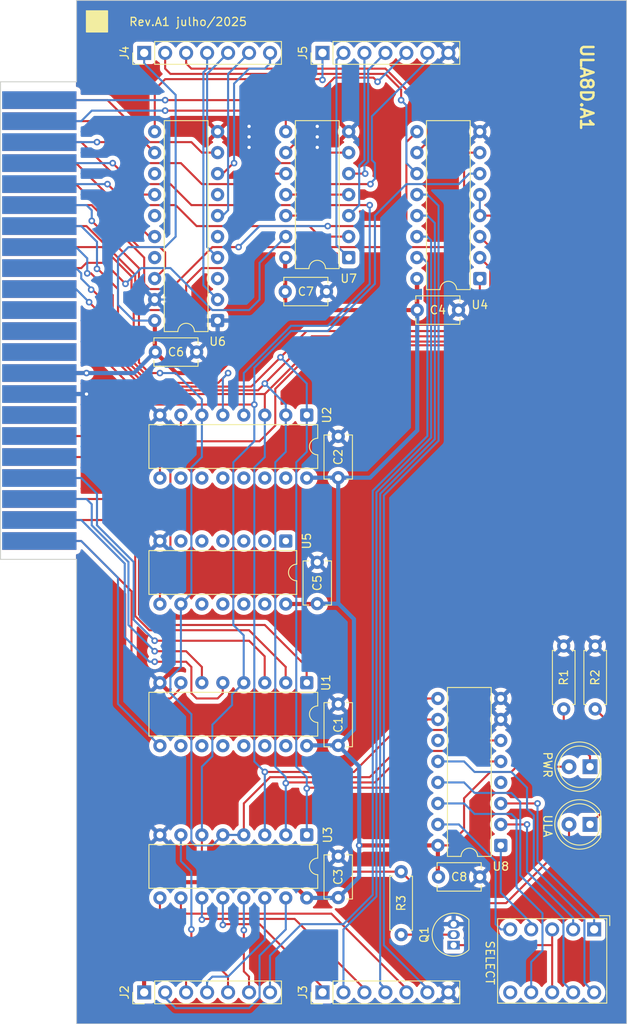
<source format=kicad_pcb>
(kicad_pcb (version 20241229) (generator "pcbnew") (generator_version "9.0")
  (layers (0 "F.Cu" signal) (2 "B.Cu" signal) (13 "F.Paste" user) (15 "B.Paste" user) (5 "F.SilkS" user "F.Silkscreen") (7 "B.SilkS" user "B.Silkscreen") (1 "F.Mask" user) (3 "B.Mask" user) (25 "Edge.Cuts" user))
  (net 0 "")
  (net 1 "GND")
  (net 2 "+5V")
  (net 3 "write_acc")
  (net 4 "write_psw")
  (net 5 "~{read_acc}")
  (net 6 "~{read_psw}")
  (net 10 "invert_upper_bus")
  (net 11 "invert_ula_bus")
  (net 12 "right{slash}set")
  (net 13 "rotate{slash}clear")
  (net 14 "invert_lower_bus")
  (net 15 "~{select_sx}")
  (net 16 "~{select_shifter}")
  (net 17 "~{select_xor}")
  (net 18 "~{select_bitwise}")
  (net 19 "~{select_adder}")
  (net 20 "wr_addr_0")
  (net 21 "wr_addr_1")
  (net 22 "wr_addr_2")
  (net 23 "wr_addr_3")
  (net 24 "wr_addr_4")
  (net 25 "write_clock")
  (net 27 "ula_enable")
  (net 29 "setif")
  (net 30 "clrif")
  (net 33 "rd_addr_0")
  (net 34 "rd_addr_1")
  (net 35 "rd_addr_2")
  (net 36 "rd_addr_3")
  (net 37 "rd_addr_4")
  (net 38 "do_not")
  (net 39 "do_shl")
  (net 40 "do_cmp")
  (net 41 "do_add")
  (net 42 "do_shr")
  (net 43 "do_sub")
  (net 44 "do_rol")
  (net 45 "do_ror")
  (net 46 "do_and")
  (net 47 "do_sx")
  (net 48 "do_or")
  (net 49 "do_xor")
  (net 50 "Net-(J4-Pin_5)")
  (net 51 "do_setcf")
  (net 52 "do_clrcf")
  (net 53 "Net-(J4-Pin_7)")
  (net 54 "Net-(J4-Pin_6)")
  (net 55 "Net-(J4-Pin_4)")
  (net 56 "Net-(J5-Pin_6)")
  (net 57 "Net-(J5-Pin_1)")
  (net 58 "Net-(J5-Pin_4)")
  (net 59 "Net-(J5-Pin_2)")
  (net 60 "Net-(J5-Pin_3)")
  (net 61 "Net-(J5-Pin_5)")
  (net 71 "Net-(U2-~{E1})")
  (net 75 "Net-(U4-~{E1})")
  (net 97 "Net-(Q1-C)")
  (net 98 "Net-(Q1-B)")
  (net 99 "Net-(U8-f)")
  (net 100 "Net-(U8-b)")
  (net 102 "Net-(U8-a)")
  (net 103 "Net-(U8-c)")
  (net 104 "Net-(U8-e)")
  (net 105 "Net-(U8-g)")
  (net 107 "Net-(U8-d)")
  (net 109 "Net-(D1-K)")
  (net 110 "Net-(D2-K)")
  (footprint "LED_THT:LED_D5.0mm" (layer "F.Cu") (at 132.72 132.08 180)
    (property "Reference" "D2" (hide yes))
    (property "Value" "LED")
  )
  (footprint "Capacitor_THT:C_Disc_D5.1mm_W3.2mm_P5.00mm" (layer "F.Cu") (at 116.8 69.85 180)
    (property "Reference" "C4")
    (property "Value" "100nF")
  )
  (footprint "Package_DIP:DIP-16_W7.62mm" (layer "F.Cu") (at 98.425 114.935 -90)
    (property "Reference" "U1")
    (property "Value" "74LS138")
  )
  (footprint "Package_DIP:DIP-16_W7.62mm" (layer "F.Cu") (at 121.92 134.62 180)
    (property "Reference" "U8")
    (property "Value" "MC14495P")
  )
  (footprint "Capacitor_THT:C_Disc_D5.1mm_W3.2mm_P5.00mm" (layer "F.Cu") (at 80.09 74.93)
    (property "Reference" "C6")
    (property "Value" "100nF")
  )
  (footprint "Resistor_THT:R_Axial_DIN0207_L6.3mm_D2.5mm_P7.62mm_Horizontal" (layer "F.Cu") (at 129.54 118.11 90)
    (property "Reference" "R1")
    (property "Value" "1K")
  )
  (footprint "LED_THT:LED_D5.0mm" (layer "F.Cu") (at 132.72 125.095 180)
    (property "Reference" "D1" (hide yes))
    (property "Value" "LED")
  )
  (footprint "Display_7Segment:Sx39-1xxxxx" (layer "F.Cu") (at 133.2225 144.78 -90)
    (property "Reference" "U9" (hide yes))
    (property "Value" "SA39-11EWA" (hide yes))
  )
  (footprint "Capacitor_THT:C_Disc_D5.1mm_W3.2mm_P5.00mm" (layer "F.Cu") (at 102.235 135.93 -90)
    (property "Reference" "C3")
    (property "Value" "100nF")
  )
  (footprint "Capacitor_THT:C_Disc_D5.1mm_W3.2mm_P5.00mm" (layer "F.Cu") (at 100.815 67.61 180)
    (property "Reference" "C7")
    (property "Value" "100nF")
  )
  (footprint "Capacitor_THT:C_Disc_D5.1mm_W3.2mm_P5.00mm" (layer "F.Cu") (at 102.235 117.515 -90)
    (property "Reference" "C1")
    (property "Value" "100nF")
  )
  (footprint "Package_TO_SOT_THT:TO-92_Inline" (layer "F.Cu") (at 116.205 146.685 90)
    (property "Reference" "Q1")
    (property "Value" "BC548")
  )
  (footprint "Package_DIP:DIP-16_W7.62mm" (layer "F.Cu") (at 98.425 133.35 -90)
    (property "Reference" "U3")
    (property "Value" "74HC238")
  )
  (footprint "Package_DIP:DIP-14_W7.62mm" (layer "F.Cu") (at 103.505 63.5 180)
    (property "Reference" "U7")
    (property "Value" "74LS04")
  )
  (footprint "edge_connector:edge-connector-44" (layer "F.Cu") (at 66.04 44.45)
    (property "Reference" "J1" (hide yes))
    (property "Value" "addr_decoder" (hide yes))
    (fp_line (start -4.699 -2.22) (end -4.699 55.56) (stroke (width 0.12)) (layer "Edge.Cuts"))
    (fp_line (start -4.699 -2.22) (end 4.5 -2.22) (stroke (width 0.12)) (layer "Edge.Cuts"))
    (fp_line (start -4.699 55.56) (end 4.5 55.56) (stroke (width 0.12)) (layer "Edge.Cuts"))
    (fp_line (start 4.5 -2.22) (end 4.5 -3.81) (stroke (width 0.12)) (layer "Edge.Cuts"))
    (fp_line (start 4.5 55.56) (end 4.5 57.15) (stroke (width 0.12)) (layer "Edge.Cuts"))
  )
  (footprint "Connector_PinHeader_2.54mm:PinHeader_1x07_P2.54mm_Vertical" (layer "F.Cu") (at 100.33 152.4 90)
    (property "Reference" "J3")
    (property "Value" "Conn_01x07" (hide yes))
  )
  (footprint "Package_DIP:DIP-16_W7.62mm" (layer "F.Cu") (at 98.425 82.55 -90)
    (property "Reference" "U2")
    (property "Value" "74HC238")
  )
  (footprint "Capacitor_THT:C_Disc_D5.1mm_W3.2mm_P5.00mm" (layer "F.Cu") (at 119.38 138.43 180)
    (property "Reference" "C8")
    (property "Value" "100nF")
  )
  (footprint "Connector_PinHeader_2.54mm:PinHeader_1x07_P2.54mm_Vertical" (layer "F.Cu") (at 78.74 38.735 90)
    (property "Reference" "J4")
    (property "Value" "Conn_01x07" (hide yes))
  )
  (footprint "Package_DIP:DIP-16_W7.62mm" (layer "F.Cu") (at 119.38 66.04 180)
    (property "Reference" "U4")
    (property "Value" "74HC238")
  )
  (footprint "Capacitor_THT:C_Disc_D5.1mm_W3.2mm_P5.00mm" (layer "F.Cu") (at 99.695 100.37 -90)
    (property "Reference" "C5")
    (property "Value" "100nF")
  )
  (footprint "Package_DIP:DIP-20_W7.62mm" (layer "F.Cu") (at 87.63 71.12 180)
    (property "Reference" "U6")
    (property "Value" "74LS244")
  )
  (footprint "Capacitor_THT:C_Disc_D5.1mm_W3.2mm_P5.00mm" (layer "F.Cu") (at 102.235 85.13 -90)
    (property "Reference" "C2")
    (property "Value" "100nF")
  )
  (footprint "Resistor_THT:R_Axial_DIN0207_L6.3mm_D2.5mm_P7.62mm_Horizontal" (layer "F.Cu") (at 133.35 118.11 90)
    (property "Reference" "R2")
    (property "Value" "1K")
  )
  (footprint "Resistor_THT:R_Axial_DIN0207_L6.3mm_D2.5mm_P7.62mm_Horizontal" (layer "F.Cu") (at 109.855 145.415 90)
    (property "Reference" "R3")
    (property "Value" "10K")
  )
  (footprint "Package_DIP:DIP-14_W7.62mm" (layer "F.Cu") (at 95.885 97.79 -90)
    (property "Reference" "U5")
    (property "Value" "74LS04")
  )
  (footprint "Connector_PinHeader_2.54mm:PinHeader_1x07_P2.54mm_Vertical" (layer "F.Cu") (at 100.33 38.735 90)
    (property "Reference" "J5")
    (property "Value" "Conn_01x07" (hide yes))
  )
  (footprint "Connector_PinHeader_2.54mm:PinHeader_1x07_P2.54mm_Vertical" (layer "F.Cu") (at 78.74 152.4 90)
    (property "Reference" "J2")
    (property "Value" "Conn_01x07" (hide yes))
  )
  (gr_rect (start 71.755 33.655) (end 74.295 36.195) (stroke (width 0.15)) (fill yes) (layer "F.SilkS"))
  (gr_line (start 70.54 156.21) (end 70.54 101.6) (stroke (width 0.1)) (layer "Edge.Cuts"))
  (gr_line (start 70.54 40.64) (end 70.54 32.385) (stroke (width 0.1)) (layer "Edge.Cuts"))
  (gr_line (start 137.16 156.21) (end 70.54 156.21) (stroke (width 0.1)) (layer "Edge.Cuts"))
  (gr_line (start 137.16 32.385) (end 137.16 156.21) (stroke (width 0.1)) (layer "Edge.Cuts"))
  (gr_line (start 70.54 32.385) (end 137.16 32.385) (stroke (width 0.1)) (layer "Edge.Cuts"))
  (gr_text "ULA8D.A1" (at 131.445 37.465 270) (layer "F.SilkS") (effects (font (size 1.5 1.5) (thickness 0.3) (bold yes)) (justify left bottom)))
  (gr_text "Rev.A1 julho/2025" (at 76.835 35.56 0) (layer "F.SilkS") (effects (font (size 1 1)) (justify left bottom)))
  (gr_text "ULA" (at 127 130.81 270) (layer "F.SilkS") (effects (font (size 1 1)) (justify left bottom)))
  (gr_text "SELECT" (at 120.015 146.05 270) (layer "F.SilkS") (effects (font (size 1 1)) (justify left bottom)))
  (gr_text "PWR" (at 127 123.19 270) (layer "F.SilkS") (effects (font (size 1 1)) (justify left bottom)))
  (segment (start 66.04 80.01) (end 71.755 80.01) (width 0.5) (layer "F.Cu") (net 1))
  (via (at 91.44 47.625) (size 0.8) (drill 0.4) (layers "F.Cu" "B.Cu") (net 1))
  (via (at 71.755 80.01) (size 0.8) (drill 0.4) (layers "F.Cu" "B.Cu") (net 1))
  (via (at 91.44 48.895) (size 0.8) (drill 0.4) (layers "F.Cu" "B.Cu") (net 1))
  (via (at 99.695 50.165) (size 0.8) (drill 0.4) (layers "F.Cu" "B.Cu") (net 1))
  (via (at 91.44 50.165) (size 0.8) (drill 0.4) (layers "F.Cu" "B.Cu") (net 1))
  (via (at 99.695 47.625) (size 0.8) (drill 0.4) (layers "F.Cu" "B.Cu") (net 1))
  (via (at 99.695 48.895) (size 0.8) (drill 0.4) (layers "F.Cu" "B.Cu") (net 1))
  (segment (start 66.04 80.01) (end 71.755 80.01) (width 0.5) (layer "B.Cu") (net 1))
  (segment (start 87.64 71.115) (end 85.72 71.115) (width 0.25) (layer "B.Cu") (net 1))
  (segment (start 85.72 71.115) (end 83.18 68.575) (width 0.25) (layer "B.Cu") (net 1))
  (segment (start 83.18 68.575) (end 80.02 68.575) (width 0.25) (layer "B.Cu") (net 1))
  (segment (start 96.38 69.85) (end 111.76 69.85) (width 0.5) (layer "F.Cu") (net 2))
  (segment (start 80.03 73.025) (end 80.03 71.125) (width 0.5) (layer "F.Cu") (net 2))
  (segment (start 130.18 125.095) (end 123.825 125.095) (width 0.25) (layer "F.Cu") (net 2))
  (segment (start 123.19 125.73) (end 120.65 125.73) (width 0.25) (layer "F.Cu") (net 2))
  (segment (start 114.3 134.62) (end 114.3 138.35) (width 0.5) (layer "F.Cu") (net 2))
  (segment (start 78.73 140.345) (end 78.73 151.96) (width 0.5) (layer "F.Cu") (net 2))
  (segment (start 114.3 134.62) (end 104.775 134.62) (width 0.5) (layer "F.Cu") (net 2))
  (segment (start 111.8 66.08) (end 111.76 66.04) (width 0.5) (layer "F.Cu") (net 2))
  (segment (start 80.03 74.87) (end 80.03 73.025) (width 0.5) (layer "F.Cu") (net 2))
  (segment (start 123.825 125.095) (end 123.19 125.73) (width 0.25) (layer "F.Cu") (net 2))
  (segment (start 120.65 125.73) (end 117.475 128.905) (width 0.25) (layer "F.Cu") (net 2))
  (segment (start 111.8 69.85) (end 111.8 66.08) (width 0.5) (layer "F.Cu") (net 2))
  (segment (start 95.815 69.285) (end 87.63 77.47) (width 0.5) (layer "F.Cu") (net 2))
  (segment (start 95.815 67.61) (end 95.815 63.57) (width 0.5) (layer "F.Cu") (net 2))
  (segment (start 95.815 69.285) (end 96.38 69.85) (width 0.5) (layer "F.Cu") (net 2))
  (segment (start 95.815 63.57) (end 95.885 63.5) (width 0.5) (layer "F.Cu") (net 2))
  (segment (start 102.145 122.565) (end 102.235 122.475) (width 0.5) (layer "F.Cu") (net 2))
  (segment (start 117.475 132.715) (end 115.57 134.62) (width 0.25) (layer "F.Cu") (net 2))
  (segment (start 95.815 67.61) (end 95.815 69.285) (width 0.5) (layer "F.Cu") (net 2))
  (segment (start 95.885 105.41) (end 99.655 105.41) (width 0.5) (layer "F.Cu") (net 2))
  (segment (start 111.76 69.85) (end 111.76 66.04) (width 0.5) (layer "F.Cu") (net 2))
  (segment (start 115.57 134.62) (end 114.3 134.62) (width 0.25) (layer "F.Cu") (net 2))
  (segment (start 117.475 128.905) (end 117.475 132.715) (width 0.25) (layer "F.Cu") (net 2))
  (segment (start 87.63 77.47) (end 82.63 77.47) (width 0.5) (layer "F.Cu") (net 2))
  (segment (start 80.01 139.065) (end 78.73 140.345) (width 0.5) (layer "F.Cu") (net 2))
  (segment (start 66.04 77.47) (end 71.755 77.47) (width 0.5) (layer "F.Cu") (net 2))
  (segment (start 82.63 77.47) (end 80.03 74.87) (width 0.5) (layer "F.Cu") (net 2))
  (segment (start 80.03 74.94) (end 80.03 73.025) (width 0.5) (layer "F.Cu") (net 2))
  (segment (start 96.52 139.065) (end 80.01 139.065) (width 0.5) (layer "F.Cu") (net 2))
  (segment (start 99.655 105.41) (end 99.695 105.37) (width 0.5) (layer "F.Cu") (net 2))
  (segment (start 80.03 71.125) (end 80.02 71.115) (width 0.5) (layer "F.Cu") (net 2))
  (segment (start 114.3 138.35) (end 114.38 138.43) (width 0.5) (layer "F.Cu") (net 2))
  (segment (start 98.425 140.97) (end 96.52 139.065) (width 0.5) (layer "F.Cu") (net 2))
  (via (at 104.775 134.62) (size 0.8) (drill 0.4) (layers "F.Cu" "B.Cu") (net 2))
  (via (at 71.755 77.47) (size 0.8) (drill 0.4) (layers "F.Cu" "B.Cu") (net 2))
  (segment (start 106.085 90.13) (end 111.8 84.415) (width 0.5) (layer "B.Cu") (net 2))
  (segment (start 104.14 107.235) (end 104.14 120.61) (width 0.5) (layer "B.Cu") (net 2))
  (segment (start 104.775 138.43) (end 104.775 125.095) (width 0.5) (layer "B.Cu") (net 2))
  (segment (start 98.425 140.97) (end 100.33 140.97) (width 0.5) (layer "B.Cu") (net 2))
  (segment (start 102.235 122.515) (end 98.465 122.515) (width 0.5) (layer "B.Cu") (net 2))
  (segment (start 98.465 122.515) (end 98.425 122.555) (width 0.5) (layer "B.Cu") (net 2))
  (segment (start 82.55 60.96) (end 81.28 62.23) (width 0.25) (layer "B.Cu") (net 2))
  (segment (start 102.235 122.515) (end 104.775 125.055) (width 0.5) (layer "B.Cu") (net 2))
  (segment (start 102.235 105.33) (end 102.235 90.13) (width 0.5) (layer "B.Cu") (net 2))
  (segment (start 102.275 105.37) (end 104.14 107.235) (width 0.5) (layer "B.Cu") (net 2))
  (segment (start 102.235 90.13) (end 106.085 90.13) (width 0.5) (layer "B.Cu") (net 2))
  (segment (start 81.28 62.23) (end 76.835 62.23) (width 0.25) (layer "B.Cu") (net 2))
  (segment (start 78.74 40.005) (end 82.55 43.815) (width 0.25) (layer "B.Cu") (net 2))
  (segment (start 98.465 90.13) (end 98.425 90.17) (width 0.5) (layer "B.Cu") (net 2))
  (segment (start 104.14 120.61) (end 102.185 122.565) (width 0.5) (layer "B.Cu") (net 2))
  (segment (start 102.235 90.13) (end 98.465 90.13) (width 0.5) (layer "B.Cu") (net 2))
  (segment (start 102.195 140.97) (end 102.235 140.93) (width 0.5) (layer "B.Cu") (net 2))
  (segment (start 82.55 43.815) (end 82.55 60.96) (width 0.25) (layer "B.Cu") (net 2))
  (segment (start 80.03 74.94) (end 77.5 77.47) (width 0.5) (layer "B.Cu") (net 2))
  (segment (start 104.775 125.055) (end 104.775 125.095) (width 0.5) (layer "B.Cu") (net 2))
  (segment (start 78.74 38.735) (end 78.74 40.005) (width 0.25) (layer "B.Cu") (net 2))
  (segment (start 77.47 71.12) (end 80.01 71.12) (width 0.25) (layer "B.Cu") (net 2))
  (segment (start 102.235 140.97) (end 104.775 138.43) (width 0.5) (layer "B.Cu") (net 2))
  (segment (start 75.565 69.215) (end 77.47 71.12) (width 0.25) (layer "B.Cu") (net 2))
  (segment (start 75.565 63.5) (end 75.565 69.215) (width 0.25) (layer "B.Cu") (net 2))
  (segment (start 102.275 105.37) (end 102.235 105.33) (width 0.5) (layer "B.Cu") (net 2))
  (segment (start 111.8 84.415) (end 111.8 69.85) (width 0.5) (layer "B.Cu") (net 2))
  (segment (start 99.695 105.37) (end 102.275 105.37) (width 0.5) (layer "B.Cu") (net 2))
  (segment (start 100.33 140.97) (end 102.195 140.97) (width 0.5) (layer "B.Cu") (net 2))
  (segment (start 77.5 77.47) (end 66.04 77.47) (width 0.5) (layer "B.Cu") (net 2))
  (segment (start 76.835 62.23) (end 75.565 63.5) (width 0.25) (layer "B.Cu") (net 2))
  (segment (start 83.185 84.455) (end 83.185 82.55) (width 0.25) (layer "F.Cu") (net 3))
  (segment (start 66.04 85.09) (end 82.55 85.09) (width 0.25) (layer "F.Cu") (net 3))
  (segment (start 82.55 85.09) (end 83.185 84.455) (width 0.25) (layer "F.Cu") (net 3))
  (segment (start 80.645 90.17) (end 80.645 88.265) (width 0.25) (layer "F.Cu") (net 4))
  (segment (start 80.645 88.265) (end 80.01 87.63) (width 0.25) (layer "F.Cu") (net 4))
  (segment (start 66.04 87.63) (end 80.01 87.63) (width 0.25) (layer "F.Cu") (net 4))
  (segment (start 71.12 97.79) (end 77.203 103.873) (width 0.25) (layer "F.Cu") (net 5))
  (segment (start 78.74 116.84) (end 77.47 115.57) (width 0.25) (layer "F.Cu") (net 5))
  (segment (start 81.915 116.84) (end 78.74 116.84) (width 0.25) (layer "F.Cu") (net 5))
  (segment (start 66.04 97.79) (end 71.12 97.79) (width 0.25) (layer "F.Cu") (net 5))
  (segment (start 83.17 115.585) (end 81.915 116.84) (width 0.25) (layer "F.Cu") (net 5))
  (segment (start 77.203 115.303) (end 77.47 115.57) (width 0.25) (layer "F.Cu") (net 5))
  (segment (start 77.203 103.873) (end 77.203 115.303) (width 0.25) (layer "F.Cu") (net 5))
  (segment (start 83.17 114.945) (end 83.17 115.585) (width 0.25) (layer "F.Cu") (net 5))
  (segment (start 75.565 102.235) (end 75.565 117.5) (width 0.25) (layer "B.Cu") (net 6))
  (segment (start 71.12 97.79) (end 75.565 102.235) (width 0.25) (layer "B.Cu") (net 6))
  (segment (start 75.565 117.5) (end 80.63 122.565) (width 0.25) (layer "B.Cu") (net 6))
  (segment (start 66.04 97.79) (end 71.12 97.79) (width 0.25) (layer "B.Cu") (net 6))
  (segment (start 78.105 62.23) (end 80.645 62.23) (width 0.25) (layer "F.Cu") (net 10))
  (segment (start 81.28 62.865) (end 81.28 64.775) (width 0.25) (layer "F.Cu") (net 10))
  (segment (start 66.04 54.61) (end 70.485 54.61) (width 0.25) (layer "F.Cu") (net 10))
  (segment (start 81.28 64.775) (end 80.02 66.035) (width 0.25) (layer "F.Cu") (net 10))
  (segment (start 80.645 62.23) (end 81.28 62.865) (width 0.25) (layer "F.Cu") (net 10))
  (segment (start 70.485 54.61) (end 78.105 62.23) (width 0.25) (layer "F.Cu") (net 10))
  (segment (start 79.37 60.955) (end 80.02 60.955) (width 0.25) (layer "F.Cu") (net 11))
  (segment (start 66.04 52.07) (end 70.48781 52.07) (width 0.25) (layer "F.Cu") (net 11))
  (segment (start 70.48781 52.07) (end 74.111 55.69319) (width 0.25) (layer "F.Cu") (net 11))
  (segment (start 74.111 55.696) (end 79.37 60.955) (width 0.25) (layer "F.Cu") (net 11))
  (segment (start 74.111 55.69319) (end 74.111 55.696) (width 0.25) (layer "F.Cu") (net 11))
  (segment (start 77.475 55.875) (end 77.47 55.88) (width 0.25) (layer "F.Cu") (net 12))
  (segment (start 80.02 55.875) (end 77.475 55.875) (width 0.25) (layer "F.Cu") (net 12))
  (segment (start 77.47 55.88) (end 71.12 49.53) (width 0.25) (layer "F.Cu") (net 12))
  (segment (start 71.12 49.53) (end 66.04 49.53) (width 0.25) (layer "F.Cu") (net 12))
  (segment (start 66.04 46.99) (end 76.19719 46.99) (width 0.25) (layer "F.Cu") (net 13))
  (segment (start 79.18819 49.981) (end 79.191 49.981) (width 0.25) (layer "F.Cu") (net 13))
  (segment (start 79.191 49.981) (end 80.01 50.8) (width 0.25) (layer "F.Cu") (net 13))
  (segment (start 80.015 50.8) (end 80.02 50.795) (width 0.25) (layer "F.Cu") (net 13))
  (segment (start 76.19719 46.99) (end 79.18819 49.981) (width 0.25) (layer "F.Cu") (net 13))
  (segment (start 80.01 50.8) (end 80.015 50.8) (width 0.25) (layer "F.Cu") (net 13))
  (segment (start 74.295 44.45) (end 79.375 49.53) (width 0.25) (layer "F.Cu") (net 14))
  (segment (start 79.375 49.53) (end 84.455 49.53) (width 0.25) (layer "F.Cu") (net 14))
  (segment (start 85.725 50.8) (end 85.73 50.795) (width 0.25) (layer "F.Cu") (net 14))
  (segment (start 66.04 44.45) (end 74.295 44.45) (width 0.25) (layer "F.Cu") (net 14))
  (segment (start 84.455 49.53) (end 85.725 50.8) (width 0.25) (layer "F.Cu") (net 14))
  (segment (start 85.73 50.795) (end 87.64 50.795) (width 0.25) (layer "F.Cu") (net 14))
  (segment (start 98.7425 59.69) (end 100.0125 60.96) (width 0.25) (layer "F.Cu") (net 15))
  (segment (start 85.09 59.69) (end 98.7425 59.69) (width 0.25) (layer "F.Cu") (net 15))
  (segment (start 100.0125 60.96) (end 103.505 60.96) (width 0.25) (layer "F.Cu") (net 15))
  (segment (start 82.55 57.15) (end 85.09 59.69) (width 0.25) (layer "F.Cu") (net 15))
  (segment (start 74.295 54.61) (end 76.835 57.15) (width 0.25) (layer "F.Cu") (net 15))
  (segment (start 76.835 57.15) (end 82.55 57.15) (width 0.25) (layer "F.Cu") (net 15))
  (via (at 74.295 54.61) (size 0.8) (drill 0.4) (layers "F.Cu" "B.Cu") (net 15))
  (segment (start 66.04 54.61) (end 74.295 54.61) (width 0.25) (layer "B.Cu") (net 15))
  (segment (start 81.915 54.61) (end 84.455 57.15) (width 0.25) (layer "F.Cu") (net 16))
  (segment (start 77.47 54.61) (end 81.915 54.61) (width 0.25) (layer "F.Cu") (net 16))
  (segment (start 84.455 57.15) (end 97.79 57.15) (width 0.25) (layer "F.Cu") (net 16))
  (segment (start 99.06 55.88) (end 103.505 55.88) (width 0.25) (layer "F.Cu") (net 16))
  (segment (start 97.79 57.15) (end 99.06 55.88) (width 0.25) (layer "F.Cu") (net 16))
  (segment (start 74.93 52.07) (end 77.47 54.61) (width 0.25) (layer "F.Cu") (net 16))
  (via (at 74.93 52.07) (size 0.8) (drill 0.4) (layers "F.Cu" "B.Cu") (net 16))
  (segment (start 66.04 52.07) (end 74.93 52.07) (width 0.25) (layer "B.Cu") (net 16))
  (segment (start 93.98 46.99) (end 93.98 50.8) (width 0.25) (layer "F.Cu") (net 17))
  (segment (start 100.965 50.8) (end 103.505 50.8) (width 0.25) (layer "F.Cu") (net 17))
  (segment (start 99.695 52.07) (end 100.965 50.8) (width 0.25) (layer "F.Cu") (net 17))
  (segment (start 93.98 50.8) (end 95.25 52.07) (width 0.25) (layer "F.Cu") (net 17))
  (segment (start 95.25 52.07) (end 99.695 52.07) (width 0.25) (layer "F.Cu") (net 17))
  (segment (start 81.28 45.72) (end 92.71 45.72) (width 0.25) (layer "F.Cu") (net 17))
  (segment (start 92.71 45.72) (end 93.98 46.99) (width 0.25) (layer "F.Cu") (net 17))
  (via (at 81.28 45.72) (size 0.8) (drill 0.4) (layers "F.Cu" "B.Cu") (net 17))
  (segment (start 72.39 45.72) (end 71.12 46.99) (width 0.25) (layer "B.Cu") (net 17))
  (segment (start 81.28 45.72) (end 72.39 45.72) (width 0.25) (layer "B.Cu") (net 17))
  (segment (start 71.12 46.99) (end 66.04 46.99) (width 0.25) (layer "B.Cu") (net 17))
  (segment (start 95.885 46.355) (end 95.885 48.26) (width 0.25) (layer "F.Cu") (net 18))
  (segment (start 81.28 44.45) (end 93.98 44.45) (width 0.25) (layer "F.Cu") (net 18))
  (segment (start 93.98 44.45) (end 95.885 46.355) (width 0.25) (layer "F.Cu") (net 18))
  (via (at 81.28 44.45) (size 0.8) (drill 0.4) (layers "F.Cu" "B.Cu") (net 18))
  (segment (start 66.04 44.45) (end 81.28 44.45) (width 0.25) (layer "B.Cu") (net 18))
  (segment (start 74.93 49.53) (end 77.47 52.07) (width 0.25) (layer "F.Cu") (net 19))
  (segment (start 73.025 49.53) (end 74.93 49.53) (width 0.25) (layer "F.Cu") (net 19))
  (segment (start 85.725 54.61) (end 90.805 54.61) (width 0.25) (layer "F.Cu") (net 19))
  (segment (start 83.185 52.07) (end 85.725 54.61) (width 0.25) (layer "F.Cu") (net 19))
  (segment (start 77.47 52.07) (end 83.185 52.07) (width 0.25) (layer "F.Cu") (net 19))
  (segment (start 92.075 53.34) (end 95.885 53.34) (width 0.25) (layer "F.Cu") (net 19))
  (segment (start 90.805 54.61) (end 92.075 53.34) (width 0.25) (layer "F.Cu") (net 19))
  (via (at 73.025 49.53) (size 0.8) (drill 0.4) (layers "F.Cu" "B.Cu") (net 19))
  (segment (start 66.04 49.53) (end 73.025 49.53) (width 0.25) (layer "B.Cu") (net 19))
  (segment (start 73.115 64.86) (end 73.025 64.86) (width 0.25) (layer "F.Cu") (net 20))
  (segment (start 91.707 79.108) (end 79.73738 79.108) (width 0.25) (layer "F.Cu") (net 20))
  (segment (start 75.565 67.31) (end 73.115 64.86) (width 0.25) (layer "F.Cu") (net 20))
  (segment (start 98.515 127.635) (end 108.585 127.635) (width 0.25) (layer "F.Cu") (net 20))
  (segment (start 119.38 124.46) (end 121.92 124.46) (width 0.25) (layer "F.Cu") (net 20))
  (segment (start 79.73738 79.108) (end 75.565 74.93562) (width 0.25) (layer "F.Cu") (net 20))
  (segment (start 108.585 127.635) (end 113.03 123.19) (width 0.25) (layer "F.Cu") (net 20))
  (segment (start 119.38 66.04) (end 119.38 71.12) (width 0.25) (layer "F.Cu") (net 20))
  (segment (start 118.11 72.39) (end 98.425 72.39) (width 0.25) (layer "F.Cu") (net 20))
  (segment (start 75.565 74.93562) (end 75.565 67.31) (width 0.25) (layer "F.Cu") (net 20))
  (segment (start 98.425 127.725) (end 98.515 127.635) (width 0.25) (layer "F.Cu") (net 20))
  (segment (start 98.425 72.39) (end 91.707 79.108) (width 0.25) (layer "F.Cu") (net 20))
  (segment (start 113.03 123.19) (end 118.11 123.19) (width 0.25) (layer "F.Cu") (net 20))
  (segment (start 118.11 123.19) (end 119.38 124.46) (width 0.25) (layer "F.Cu") (net 20))
  (segment (start 119.38 71.12) (end 118.11 72.39) (width 0.25) (layer "F.Cu") (net 20))
  (via (at 98.425 127.725) (size 0.8) (drill 0.4) (layers "F.Cu" "B.Cu") (net 20))
  (via (at 95.25 75.565) (size 0.8) (drill 0.4) (layers "F.Cu" "B.Cu") (net 20))
  (via (at 73.025 64.86) (size 0.8) (drill 0.4) (layers "F.Cu" "B.Cu") (net 20))
  (segment (start 97.155 125.095) (end 97.155 88.265) (width 0.25) (layer "B.Cu") (net 20))
  (segment (start 97.155 88.265) (end 98.425 86.995) (width 0.25) (layer "B.Cu") (net 20))
  (segment (start 98.425 78.74) (end 98.425 82.55) (width 0.25) (layer "B.Cu") (net 20))
  (segment (start 98.425 126.365) (end 97.155 125.095) (width 0.25) (layer "B.Cu") (net 20))
  (segment (start 73.025 64.86) (end 73.025 61.595) (width 0.25) (layer "B.Cu") (net 20))
  (segment (start 71.12 59.69) (end 66.04 59.69) (width 0.25) (layer "B.Cu") (net 20))
  (segment (start 95.25 75.565) (end 98.425 78.74) (width 0.25) (layer "B.Cu") (net 20))
  (segment (start 98.425 86.995) (end 98.425 82.55) (width 0.25) (layer "B.Cu") (net 20))
  (segment (start 73.025 61.595) (end 71.12 59.69) (width 0.25) (layer "B.Cu") (net 20))
  (segment (start 98.425 133.35) (end 98.425 126.365) (width 0.25) (layer "B.Cu") (net 20))
  (segment (start 93.345 78.74) (end 93.345 78.706517) (width 0.25) (layer "F.Cu") (net 21))
  (segment (start 119.831 71.304) (end 120.65 70.485) (width 0.25) (layer "F.Cu") (net 21))
  (segment (start 92.526 79.559) (end 79.55057 79.559) (width 0.25) (layer "F.Cu") (net 21))
  (segment (start 118.29681 72.841) (end 119.831 71.30681) (width 0.25) (layer "F.Cu") (net 21))
  (segment (start 95.885 127.09) (end 95.975 127) (width 0.25) (layer "F.Cu") (net 21))
  (segment (start 113.03 120.65) (end 118.11 120.65) (width 0.25) (layer "F.Cu") (net 21))
  (segment (start 118.294 72.841) (end 118.29681 72.841) (width 0.25) (layer "F.Cu") (net 21))
  (segment (start 120.65 70.485) (end 120.65 64.77) (width 0.25) (layer "F.Cu") (net 21))
  (segment (start 79.55057 79.559) (end 74.93 74.93843) (width 0.25) (layer "F.Cu") (net 21))
  (segment (start 74.93 74.93843) (end 74.93 68.035) (width 0.25) (layer "F.Cu") (net 21))
  (segment (start 119.831 71.30681) (end 119.831 71.304) (width 0.25) (layer "F.Cu") (net 21))
  (segment (start 106.68 127) (end 113.03 120.65) (width 0.25) (layer "F.Cu") (net 21))
  (segment (start 118.11 120.65) (end 119.38 121.92) (width 0.25) (layer "F.Cu") (net 21))
  (segment (start 95.975 127) (end 106.68 127) (width 0.25) (layer "F.Cu") (net 21))
  (segment (start 99.026517 73.025) (end 118.11 73.025) (width 0.25) (layer "F.Cu") (net 21))
  (segment (start 93.345 78.706517) (end 99.026517 73.025) (width 0.25) (layer "F.Cu") (net 21))
  (segment (start 93.345 78.74) (end 92.526 79.559) (width 0.25) (layer "F.Cu") (net 21))
  (segment (start 119.38 121.92) (end 121.92 121.92) (width 0.25) (layer "F.Cu") (net 21))
  (segment (start 120.65 64.77) (end 119.38 63.5) (width 0.25) (layer "F.Cu") (net 21))
  (segment (start 72.3 65.405) (end 71.845 65.405) (width 0.25) (layer "F.Cu") (net 21))
  (segment (start 74.93 68.035) (end 72.3 65.405) (width 0.25) (layer "F.Cu") (net 21))
  (segment (start 118.11 73.025) (end 118.294 72.841) (width 0.25) (layer "F.Cu") (net 21))
  (via (at 95.885 127.09) (size 0.8) (drill 0.4) (layers "F.Cu" "B.Cu") (net 21))
  (via (at 71.845 65.405) (size 0.8) (drill 0.4) (layers "F.Cu" "B.Cu") (net 21))
  (via (at 93.345 78.74) (size 0.8) (drill 0.4) (layers "F.Cu" "B.Cu") (net 21))
  (segment (start 71.845 65.405) (end 71.845 63.59) (width 0.25) (layer "B.Cu") (net 21))
  (segment (start 94.615 88.265) (end 95.885 86.995) (width 0.25) (layer "B.Cu") (net 21))
  (segment (start 95.885 81.28) (end 95.885 82.55) (width 0.25) (layer "B.Cu") (net 21))
  (segment (start 93.345 78.74) (end 95.885 81.28) (width 0.25) (layer "B.Cu") (net 21))
  (segment (start 95.885 133.35) (end 95.885 126.365) (width 0.25) (layer "B.Cu") (net 21))
  (segment (start 94.615 125.095) (end 94.615 88.265) (width 0.25) (layer "B.Cu") (net 21))
  (segment (start 95.885 126.365) (end 94.615 125.095) (width 0.25) (layer "B.Cu") (net 21))
  (segment (start 95.885 86.995) (end 95.885 82.55) (width 0.25) (layer "B.Cu") (net 21))
  (segment (start 71.845 63.59) (end 70.485 62.23) (width 0.25) (layer "B.Cu") (net 21))
  (segment (start 70.485 62.23) (end 66.04 62.23) (width 0.25) (layer "B.Cu") (net 21))
  (segment (start 120.282 71.49081) (end 121.101 70.67181) (width 0.25) (layer "F.Cu") (net 22))
  (segment (start 112.395 117.475) (end 104.14 125.73) (width 0.25) (layer "F.Cu") (net 22))
  (segment (start 72.462109 67.382109) (end 72.317891 67.382109) (width 0.25) (layer "F.Cu") (net 22))
  (segment (start 113.03 116.84) (end 112.395 117.475) (width 0.25) (layer "F.Cu") (net 22))
  (segment (start 74.295 69.215) (end 72.462109 67.382109) (width 0.25) (layer "F.Cu") (net 22))
  (segment (start 114.3 116.84) (end 113.03 116.84) (width 0.25) (layer "F.Cu") (net 22))
  (segment (start 118.11 73.66) (end 118.294 73.476) (width 0.25) (layer "F.Cu") (net 22))
  (segment (start 104.14 125.73) (end 93.345 125.73) (width 0.25) (layer "F.Cu") (net 22))
  (segment (start 118.48362 73.292) (end 120.282 71.49362) (width 0.25) (layer "F.Cu") (net 22))
  (segment (start 93.345 82.55) (end 93.345 80.01) (width 0.25) (layer "F.Cu") (net 22))
  (segment (start 74.295 74.94124) (end 74.295 69.215) (width 0.25) (layer "F.Cu") (net 22))
  (segment (start 118.29681 73.476) (end 118.48081 73.292) (width 0.25) (layer "F.Cu") (net 22))
  (segment (start 118.11 73.66) (end 99.695 73.66) (width 0.25) (layer "F.Cu") (net 22))
  (segment (start 121.101 70.669) (end 121.285 70.485) (width 0.25) (layer "F.Cu") (net 22))
  (segment (start 118.48081 73.292) (end 118.48362 73.292) (width 0.25) (layer "F.Cu") (net 22))
  (segment (start 99.695 73.66) (end 93.345 80.01) (width 0.25) (layer "F.Cu") (net 22))
  (segment (start 118.294 73.476) (end 118.29681 73.476) (width 0.25) (layer "F.Cu") (net 22))
  (segment (start 93.345 80.01) (end 79.36376 80.01) (width 0.25) (layer "F.Cu") (net 22))
  (segment (start 120.282 71.49362) (end 120.282 71.49081) (width 0.25) (layer "F.Cu") (net 22))
  (segment (start 79.36376 80.01) (end 74.295 74.94124) (width 0.25) (layer "F.Cu") (net 22))
  (segment (start 121.285 70.485) (end 121.285 62.865) (width 0.25) (layer "F.Cu") (net 22))
  (segment (start 121.101 70.67181) (end 121.101 70.669) (width 0.25) (layer "F.Cu") (net 22))
  (segment (start 121.285 62.865) (end 119.38 60.96) (width 0.25) (layer "F.Cu") (net 22))
  (via (at 93.345 125.73) (size 0.8) (drill 0.4) (layers "F.Cu" "B.Cu") (net 22))
  (via (at 72.317891 67.382109) (size 0.8) (drill 0.4) (layers "F.Cu" "B.Cu") (net 22))
  (segment (start 92.075 88.9) (end 92.075 124.46) (width 0.25) (layer "B.Cu") (net 22))
  (segment (start 72.317891 67.237891) (end 71.12 66.04) (width 0.25) (layer "B.Cu") (net 22))
  (segment (start 93.345 87.63) (end 92.075 88.9) (width 0.25) (layer "B.Cu") (net 22))
  (segment (start 93.345 133.35) (end 93.345 125.73) (width 0.25) (layer "B.Cu") (net 22))
  (segment (start 72.317891 67.382109) (end 72.317891 67.237891) (width 0.25) (layer "B.Cu") (net 22))
  (segment (start 71.12 65.405) (end 70.485 64.77) (width 0.25) (layer "B.Cu") (net 22))
  (segment (start 71.12 66.04) (end 71.12 65.405) (width 0.25) (layer "B.Cu") (net 22))
  (segment (start 70.485 64.77) (end 66.04 64.77) (width 0.25) (layer "B.Cu") (net 22))
  (segment (start 92.075 124.46) (end 93.345 125.73) (width 0.25) (layer "B.Cu") (net 22))
  (segment (start 93.345 82.55) (end 93.345 87.63) (width 0.25) (layer "B.Cu") (net 22))
  (segment (start 106.045 126.365) (end 93.98 126.365) (width 0.25) (layer "F.Cu") (net 23))
  (segment (start 114.3 119.38) (end 113.03 119.38) (width 0.25) (layer "F.Cu") (net 23))
  (segment (start 93.98 126.365) (end 90.805 129.54) (width 0.25) (layer "F.Cu") (net 23))
  (segment (start 113.03 119.38) (end 106.045 126.365) (width 0.25) (layer "F.Cu") (net 23))
  (segment (start 90.805 129.54) (end 90.805 133.35) (width 0.25) (layer "F.Cu") (net 23))
  (segment (start 79.375 77.47) (end 78.105 76.2) (width 0.25) (layer "F.Cu") (net 23))
  (segment (start 77.654 69.40181) (end 77.654 65.589) (width 0.25) (layer "F.Cu") (net 23))
  (segment (start 71.755 59.69) (end 66.04 59.69) (width 0.25) (layer "F.Cu") (net 23))
  (segment (start 78.105 76.2) (end 78.105 69.85281) (width 0.25) (layer "F.Cu") (net 23))
  (segment (start 80.645 77.47) (end 79.375 77.47) (width 0.25) (layer "F.Cu") (net 23))
  (segment (start 78.105 69.85281) (end 77.654 69.40181) (width 0.25) (layer "F.Cu") (net 23))
  (segment (start 77.654 65.589) (end 71.755 59.69) (width 0.25) (layer "F.Cu") (net 23))
  (via (at 80.645 77.47) (size 0.8) (drill 0.4) (layers "F.Cu" "B.Cu") (net 23))
  (segment (start 85.725 80.645) (end 85.725 82.55) (width 0.25) (layer "B.Cu") (net 23))
  (segment (start 81.915 114.3) (end 83.185 113.03) (width 0.25) (layer "B.Cu") (net 23))
  (segment (start 90.805 133.35) (end 88.265 133.35) (width 0.25) (layer "B.Cu") (net 23))
  (segment (start 85.725 87.63) (end 84.455 88.9) (width 0.25) (layer "B.Cu") (net 23))
  (segment (start 84.455 118.745) (end 81.915 116.205) (width 0.25) (layer "B.Cu") (net 23))
  (segment (start 84.455 104.14) (end 83.185 105.41) (width 0.25) (layer "B.Cu") (net 23))
  (segment (start 80.645 77.47) (end 82.55 77.47) (width 0.25) (layer "B.Cu") (net 23))
  (segment (start 85.725 82.55) (end 85.725 87.63) (width 0.25) (layer "B.Cu") (net 23))
  (segment (start 81.915 116.205) (end 81.915 114.3) (width 0.25) (layer "B.Cu") (net 23))
  (segment (start 88.265 133.35) (end 86.995 134.62) (width 0.25) (layer "B.Cu") (net 23))
  (segment (start 82.55 77.47) (end 85.725 80.645) (width 0.25) (layer "B.Cu") (net 23))
  (segment (start 84.455 88.9) (end 84.455 104.14) (width 0.25) (layer "B.Cu") (net 23))
  (segment (start 86.995 134.62) (end 84.928797 134.62) (width 0.25) (layer "B.Cu") (net 23))
  (segment (start 84.928797 134.62) (end 84.455 134.146203) (width 0.25) (layer "B.Cu") (net 23))
  (segment (start 83.185 113.03) (end 83.185 105.41) (width 0.25) (layer "B.Cu") (net 23))
  (segment (start 84.455 134.146203) (end 84.455 118.745) (width 0.25) (layer "B.Cu") (net 23))
  (segment (start 79.92419 78.657) (end 77.47 76.20281) (width 0.25) (layer "F.Cu") (net 24))
  (segment (start 73.65719 62.23) (end 66.04 62.23) (width 0.25) (layer "F.Cu") (net 24))
  (segment (start 77.203 69.58862) (end 77.203 65.77581) (width 0.25) (layer "F.Cu") (net 24))
  (segment (start 87.713 78.657) (end 79.92419 78.657) (width 0.25) (layer "F.Cu") (net 24))
  (segment (start 77.203 65.77581) (end 73.65719 62.23) (width 0.25) (layer "F.Cu") (net 24))
  (segment (start 77.47 76.20281) (end 77.47 69.85562) (width 0.25) (layer "F.Cu") (net 24))
  (segment (start 88.9 77.47) (end 87.713 78.657) (width 0.25) (layer "F.Cu") (net 24))
  (segment (start 77.47 69.85562) (end 77.203 69.58862) (width 0.25) (layer "F.Cu") (net 24))
  (via (at 88.9 77.47) (size 0.8) (drill 0.4) (layers "F.Cu" "B.Cu") (net 24))
  (segment (start 88.265 82.55) (end 88.265 78.105) (width 0.25) (layer "B.Cu") (net 24))
  (segment (start 88.265 78.105) (end 88.9 77.47) (width 0.25) (layer "B.Cu") (net 24))
  (segment (start 71.755 64.135) (end 71.12 64.77) (width 0.25) (layer "F.Cu") (net 25))
  (segment (start 71.12 64.77) (end 66.04 64.77) (width 0.25) (layer "F.Cu") (net 25))
  (segment (start 73.938 64.135) (end 71.755 64.135) (width 0.25) (layer "F.Cu") (net 25))
  (segment (start 76.478 66.675) (end 73.938 64.135) (width 0.25) (layer "F.Cu") (net 25))
  (via (at 76.478 66.675) (size 0.8) (drill 0.4) (layers "F.Cu" "B.Cu") (net 25))
  (segment (start 92.71 64.135) (end 95.885 60.96) (width 0.25) (layer "B.Cu") (net 25))
  (segment (start 78.383 64.77) (end 81.915 64.77) (width 0.25) (layer "B.Cu") (net 25))
  (segment (start 92.71 68.58) (end 92.71 64.135) (width 0.25) (layer "B.Cu") (net 25))
  (segment (start 76.478 66.675) (end 78.383 64.77) (width 0.25) (layer "B.Cu") (net 25))
  (segment (start 86.995 69.85) (end 91.44 69.85) (width 0.25) (layer "B.Cu") (net 25))
  (segment (start 81.915 64.77) (end 86.995 69.85) (width 0.25) (layer "B.Cu") (net 25))
  (segment (start 91.44 69.85) (end 92.71 68.58) (width 0.25) (layer "B.Cu") (net 25))
  (segment (start 130.18 133.98) (end 130.18 132.08) (width 0.25) (layer "F.Cu") (net 27))
  (segment (start 113.665 141.605) (end 122.555 141.605) (width 0.25) (layer "F.Cu") (net 27))
  (segment (start 109.855 137.795) (end 87.63 137.795) (width 0.25) (layer "F.Cu") (net 27))
  (segment (start 92.075 81.28) (end 79.375 81.28) (width 0.25) (layer "F.Cu") (net 27))
  (segment (start 85.725 135.89) (end 85.725 133.35) (width 0.25) (layer "F.Cu") (net 27))
  (segment (start 87.63 137.795) (end 85.725 135.89) (width 0.25) (layer "F.Cu") (net 27))
  (segment (start 73.025 74.93) (end 73.025 69.85) (width 0.25) (layer "F.Cu") (net 27))
  (segment (start 79.375 81.28) (end 73.025 74.93) (width 0.25) (layer "F.Cu") (net 27))
  (segment (start 122.555 141.605) (end 130.18 133.98) (width 0.25) (layer "F.Cu") (net 27))
  (segment (start 109.855 137.795) (end 113.665 141.605) (width 0.25) (layer "F.Cu") (net 27))
  (segment (start 73.025 69.85) (end 72.0725 68.8975) (width 0.25) (layer "F.Cu") (net 27))
  (via (at 92.075 81.28) (size 0.8) (drill 0.4) (layers "F.Cu" "B.Cu") (net 27))
  (via (at 72.0725 68.8975) (size 0.8) (drill 0.4) (layers "F.Cu" "B.Cu") (net 27))
  (segment (start 96.52 72.39) (end 100.965 72.39) (width 0.25) (layer "B.Cu") (net 27))
  (segment (start 85.725 125.095) (end 85.725 133.35) (width 0.25) (layer "B.Cu") (net 27))
  (segment (start 89.376 117.634) (end 86.995 120.015) (width 0.25) (layer "B.Cu") (net 27))
  (segment (start 92.075 81.28) (end 92.075 76.835) (width 0.25) (layer "B.Cu") (net 27))
  (segment (start 100.965 72.39) (end 106.68 66.675) (width 0.25) (layer "B.Cu") (net 27))
  (segment (start 92.075 85.725) (end 89.535 88.265) (width 0.25) (layer "B.Cu") (net 27))
  (segment (start 90.79 114.945) (end 89.376 116.359) (width 0.25) (layer "B.Cu") (net 27))
  (segment (start 89.535 88.265) (end 89.535 107.95) (width 0.25) (layer "B.Cu") (net 27))
  (segment (start 92.075 76.835) (end 96.52 72.39) (width 0.25) (layer "B.Cu") (net 27))
  (segment (start 86.995 120.015) (end 86.995 123.825) (width 0.25) (layer "B.Cu") (net 27))
  (segment (start 89.535 107.95) (end 90.79 109.205) (width 0.25) (layer "B.Cu") (net 27))
  (segment (start 90.79 109.205) (end 90.79 114.945) (width 0.25) (layer "B.Cu") (net 27))
  (segment (start 89.376 116.359) (end 89.376 117.634) (width 0.25) (layer "B.Cu") (net 27))
  (segment (start 110.49 54.61) (end 116.84 54.61) (width 0.25) (layer "B.Cu") (net 27))
  (segment (start 106.68 66.675) (end 106.68 58.42) (width 0.25) (layer "B.Cu") (net 27))
  (segment (start 92.075 81.28) (end 92.075 85.725) (width 0.25) (layer "B.Cu") (net 27))
  (segment (start 116.84 54.61) (end 118.11 53.34) (width 0.25) (layer "B.Cu") (net 27))
  (segment (start 106.68 58.42) (end 110.49 54.61) (width 0.25) (layer "B.Cu") (net 27))
  (segment (start 86.995 123.825) (end 85.725 125.095) (width 0.25) (layer "B.Cu") (net 27))
  (segment (start 72.0725 68.8975) (end 70.485 67.31) (width 0.25) (layer "B.Cu") (net 27))
  (segment (start 70.485 67.31) (end 66.04 67.31) (width 0.25) (layer "B.Cu") (net 27))
  (segment (start 118.11 53.34) (end 119.38 53.34) (width 0.25) (layer "B.Cu") (net 27))
  (segment (start 78.74 66.675) (end 78.74 63.50281) (width 0.25) (layer "F.Cu") (net 29))
  (segment (start 109.855 59.69) (end 100.965 59.69) (width 0.25) (layer "F.Cu") (net 29))
  (segment (start 86.995 62.23) (end 81.915 67.31) (width 0.25) (layer "F.Cu") (net 29))
  (segment (start 110.49 49.53) (end 111.76 48.26) (width 0.25) (layer "F.Cu") (net 29))
  (segment (start 81.915 67.31) (end 79.375 67.31) (width 0.25) (layer "F.Cu") (net 29))
  (segment (start 110.49 59.055) (end 110.49 49.53) (width 0.25) (layer "F.Cu") (net 29))
  (segment (start 78.74 63.50281) (end 72.38719 57.15) (width 0.25) (layer "F.Cu") (net 29))
  (segment (start 109.855 59.69) (end 110.49 59.055) (width 0.25) (layer "F.Cu") (net 29))
  (segment (start 79.375 67.31) (end 78.74 66.675) (width 0.25) (layer "F.Cu") (net 29))
  (segment (start 72.38719 57.15) (end 66.04 57.15) (width 0.25) (layer "F.Cu") (net 29))
  (segment (start 90.17 62.23) (end 86.995 62.23) (width 0.25) (layer "F.Cu") (net 29))
  (via (at 100.965 59.69) (size 0.8) (drill 0.4) (layers "F.Cu" "B.Cu") (net 29))
  (via (at 90.17 62.23) (size 0.8) (drill 0.4) (layers "F.Cu" "B.Cu") (net 29))
  (segment (start 92.71 59.69) (end 90.17 62.23) (width 0.25) (layer "B.Cu") (net 29))
  (segment (start 100.965 59.69) (end 92.71 59.69) (width 0.25) (layer "B.Cu") (net 29))
  (segment (start 117.475 61.595) (end 117.475 51.435) (width 0.25) (layer "F.Cu") (net 30))
  (segment (start 85.725 64.77) (end 89.535 64.77) (width 0.25) (layer "F.Cu") (net 30))
  (segment (start 116.84 62.23) (end 117.475 61.595) (width 0.25) (layer "F.Cu") (net 30))
  (segment (start 89.535 64.77) (end 92.075 62.23) (width 0.25) (layer "F.Cu") (net 30))
  (segment (start 117.475 51.435) (end 118.11 50.8) (width 0.25) (layer "F.Cu") (net 30))
  (segment (start 83.82 69.215) (end 83.82 66.675) (width 0.25) (layer "F.Cu") (net 30))
  (segment (start 78.105 69.215) (end 78.74 69.85) (width 0.25) (layer "F.Cu") (net 30))
  (segment (start 118.11 50.8) (end 119.38 50.8) (width 0.25) (layer "F.Cu") (net 30))
  (segment (start 78.105 64.77) (end 78.105 69.215) (width 0.25) (layer "F.Cu") (net 30))
  (segment (start 78.74 69.85) (end 83.185 69.85) (width 0.25) (layer "F.Cu") (net 30))
  (segment (start 72.39 59.055) (end 78.105 64.77) (width 0.25) (layer "F.Cu") (net 30))
  (segment (start 83.82 66.675) (end 85.725 64.77) (width 0.25) (layer "F.Cu") (net 30))
  (segment (start 83.185 69.85) (end 83.82 69.215) (width 0.25) (layer "F.Cu") (net 30))
  (segment (start 92.075 62.23) (end 116.84 62.23) (width 0.25) (layer "F.Cu") (net 30))
  (via (at 72.39 59.055) (size 0.8) (drill 0.4) (layers "F.Cu" "B.Cu") (net 30))
  (segment (start 72.39 57.785) (end 71.755 57.15) (width 0.25) (layer "B.Cu") (net 30))
  (segment (start 72.39 59.055) (end 72.39 57.785) (width 0.25) (layer "B.Cu") (net 30))
  (segment (start 71.755 57.15) (end 66.04 57.15) (width 0.25) (layer "B.Cu") (net 30))
  (segment (start 98.425 113.03) (end 98.41 113.045) (width 0.25) (layer "F.Cu") (net 33))
  (segment (start 93.345 107.95) (end 98.425 113.03) (width 0.25) (layer "F.Cu") (net 33))
  (segment (start 98.41 113.045) (end 98.41 114.945) (width 0.25) (layer "F.Cu") (net 33))
  (segment (start 78.105 106.680001) (end 79.374999 107.95) (width 0.25) (layer "F.Cu") (net 33))
  (segment (start 78.105 96.52) (end 78.105 106.680001) (width 0.25) (layer "F.Cu") (net 33))
  (segment (start 66.04 92.71) (end 74.295 92.71) (width 0.25) (layer "F.Cu") (net 33))
  (segment (start 74.295 92.71) (end 78.105 96.52) (width 0.25) (layer "F.Cu") (net 33))
  (segment (start 79.374999 107.95) (end 93.345 107.95) (width 0.25) (layer "F.Cu") (net 33))
  (segment (start 77.654 106.866811) (end 79.372189 108.585) (width 0.25) (layer "F.Cu") (net 34))
  (segment (start 79.372189 108.585) (end 91.44 108.585) (width 0.25) (layer "F.Cu") (net 34))
  (segment (start 95.87 113.045) (end 95.87 114.945) (width 0.25) (layer "F.Cu") (net 34))
  (segment (start 73.75 95.25) (end 77.654 99.154) (width 0.25) (layer "F.Cu") (net 34))
  (segment (start 95.885 113.03) (end 95.87 113.045) (width 0.25) (layer "F.Cu") (net 34))
  (segment (start 66.04 95.25) (end 73.75 95.25) (width 0.25) (layer "F.Cu") (net 34))
  (segment (start 91.44 108.585) (end 95.885 113.03) (width 0.25) (layer "F.Cu") (net 34))
  (segment (start 77.654 99.154) (end 77.654 106.866811) (width 0.25) (layer "F.Cu") (net 34))
  (segment (start 93.33 111.745) (end 93.33 114.945) (width 0.25) (layer "F.Cu") (net 35))
  (segment (start 80.01 109.855) (end 91.44 109.855) (width 0.25) (layer "F.Cu") (net 35))
  (segment (start 91.44 109.855) (end 93.33 111.745) (width 0.25) (layer "F.Cu") (net 35))
  (via (at 80.01 109.855) (size 0.8) (drill 0.4) (layers "F.Cu" "B.Cu") (net 35))
  (segment (start 73.025 95.885) (end 77.47 100.33) (width 0.25) (layer "B.Cu") (net 35))
  (segment (start 73.025 92.075) (end 73.025 95.885) (width 0.25) (layer "B.Cu") (net 35))
  (segment (start 71.12 90.17) (end 73.025 92.075) (width 0.25) (layer "B.Cu") (net 35))
  (segment (start 77.47 100.33) (end 77.47 107.315) (width 0.25) (layer "B.Cu") (net 35))
  (segment (start 66.04 90.17) (end 71.12 90.17) (width 0.25) (layer "B.Cu") (net 35))
  (segment (start 77.47 107.315) (end 80.01 109.855) (width 0.25) (layer "B.Cu") (net 35))
  (segment (start 80.01 111.125) (end 83.82 111.125) (width 0.25) (layer "F.Cu") (net 36))
  (segment (start 83.82 111.125) (end 85.725 113.03) (width 0.25) (layer "F.Cu") (net 36))
  (segment (start 85.725 113.03) (end 85.725 114.935) (width 0.25) (layer "F.Cu") (net 36))
  (via (at 80.01 111.125) (size 0.8) (drill 0.4) (layers "F.Cu" "B.Cu") (net 36))
  (segment (start 72.574 96.07181) (end 76.835 100.33281) (width 0.25) (layer "B.Cu") (net 36))
  (segment (start 76.835 100.33281) (end 76.835 107.95) (width 0.25) (layer "B.Cu") (net 36))
  (segment (start 71.755 92.71) (end 72.39 93.345) (width 0.25) (layer "B.Cu") (net 36))
  (segment (start 76.835 107.95) (end 80.01 111.125) (width 0.25) (layer "B.Cu") (net 36))
  (segment (start 72.39 95.885) (end 72.574 96.069) (width 0.25) (layer "B.Cu") (net 36))
  (segment (start 72.574 96.069) (end 72.574 96.07181) (width 0.25) (layer "B.Cu") (net 36))
  (segment (start 72.39 93.345) (end 72.39 95.885) (width 0.25) (layer "B.Cu") (net 36))
  (segment (start 66.04 92.71) (end 71.755 92.71) (width 0.25) (layer "B.Cu") (net 36))
  (segment (start 85.09 116.84) (end 87.63 116.84) (width 0.25) (layer "F.Cu") (net 37))
  (segment (start 84.455 116.205) (end 85.09 116.84) (width 0.25) (layer "F.Cu") (net 37))
  (segment (start 88.25 116.19) (end 88.265 116.205) (width 0.25) (layer "F.Cu") (net 37))
  (segment (start 83.82 112.395) (end 84.455 113.03) (width 0.25) (layer "F.Cu") (net 37))
  (segment (start 84.455 113.03) (end 84.455 116.205) (width 0.25) (layer "F.Cu") (net 37))
  (segment (start 88.25 114.945) (end 88.25 116.19) (width 0.25) (layer "F.Cu") (net 37))
  (segment (start 80.01 112.395) (end 83.82 112.395) (width 0.25) (layer "F.Cu") (net 37))
  (segment (start 87.63 116.84) (end 88.265 116.205) (width 0.25) (layer "F.Cu") (net 37))
  (via (at 80.01 112.395) (size 0.8) (drill 0.4) (layers "F.Cu" "B.Cu") (net 37))
  (segment (start 71.12 95.25) (end 71.939 96.069) (width 0.25) (layer "B.Cu") (net 37))
  (segment (start 71.939 96.069) (end 71.939 96.07181) (width 0.25) (layer "B.Cu") (net 37))
  (segment (start 72.123 96.25581) (end 72.123 96.25862) (width 0.25) (layer "B.Cu") (net 37))
  (segment (start 76.384 109.40681) (end 79.37219 112.395) (width 0.25) (layer "B.Cu") (net 37))
  (segment (start 76.384 100.51962) (end 76.384 109.40681) (width 0.25) (layer "B.Cu") (net 37))
  (segment (start 66.04 95.25) (end 71.12 95.25) (width 0.25) (layer "B.Cu") (net 37))
  (segment (start 79.37219 112.395) (end 80.01 112.395) (width 0.25) (layer "B.Cu") (net 37))
  (segment (start 72.123 96.25862) (end 76.384 100.51962) (width 0.25) (layer "B.Cu") (net 37))
  (segment (start 71.939 96.07181) (end 72.123 96.25581) (width 0.25) (layer "B.Cu") (net 37))
  (segment (start 80.645 140.97) (end 80.645 144.78) (width 0.25) (layer "F.Cu") (net 38))
  (segment (start 80.645 144.78) (end 83.81 147.945) (width 0.25) (layer "F.Cu") (net 38))
  (segment (start 83.81 147.945) (end 83.81 151.96) (width 0.25) (layer "F.Cu") (net 38))
  (segment (start 112.395 63.5) (end 113.03 64.135) (width 0.25) (layer "B.Cu") (net 39))
  (segment (start 111.76 63.5) (end 112.395 63.5) (width 0.25) (layer "B.Cu") (net 39))
  (segment (start 106.413 91.707) (end 106.413 140.602) (width 0.25) (layer "B.Cu") (net 39))
  (segment (start 102.87 144.145) (end 97.79 144.145) (width 0.25) (layer "B.Cu") (net 39))
  (segment (start 113.03 85.09) (end 106.413 91.707) (width 0.25) (layer "B.Cu") (net 39))
  (segment (start 93.97 147.965) (end 93.97 151.96) (width 0.25) (layer "B.Cu") (net 39))
  (segment (start 113.03 64.135) (end 113.03 85.09) (width 0.25) (layer "B.Cu") (net 39))
  (segment (start 106.413 140.602) (end 102.87 144.145) (width 0.25) (layer "B.Cu") (net 39))
  (segment (start 97.79 144.145) (end 93.97 147.965) (width 0.25) (layer "B.Cu") (net 39))
  (segment (start 90.805 149.86) (end 91.43 150.485) (width 0.25) (layer "F.Cu") (net 40))
  (segment (start 90.805 144.87) (end 90.805 149.86) (width 0.25) (layer "F.Cu") (net 40))
  (segment (start 91.43 150.485) (end 91.43 151.96) (width 0.25) (layer "F.Cu") (net 40))
  (via (at 90.805 144.87) (size 0.8) (drill 0.4) (layers "F.Cu" "B.Cu") (net 40))
  (segment (start 90.805 144.87) (end 90.805 140.97) (width 0.25) (layer "B.Cu") (net 40))
  (segment (start 92.71 153.035) (end 92.71 147.955) (width 0.25) (layer "B.Cu") (net 41))
  (segment (start 92.71 147.955) (end 95.885 144.78) (width 0.25) (layer "B.Cu") (net 41))
  (segment (start 91.44 154.305) (end 92.71 153.035) (width 0.25) (layer "B.Cu") (net 41))
  (segment (start 82.55 154.305) (end 91.44 154.305) (width 0.25) (layer "B.Cu") (net 41))
  (segment (start 81.27 151.96) (end 81.27 153.025) (width 0.25) (layer "B.Cu") (net 41))
  (segment (start 95.885 144.78) (end 95.885 140.97) (width 0.25) (layer "B.Cu") (net 41))
  (segment (start 81.27 153.025) (end 82.55 154.305) (width 0.25) (layer "B.Cu") (net 41))
  (segment (start 84.455 146.05) (end 88.89 150.485) (width 0.25) (layer "F.Cu") (net 42))
  (segment (start 84.455 144.78) (end 84.455 146.05) (width 0.25) (layer "F.Cu") (net 42))
  (segment (start 88.89 150.485) (end 88.89 151.96) (width 0.25) (layer "F.Cu") (net 42))
  (via (at 84.455 144.78) (size 0.8) (drill 0.4) (layers "F.Cu" "B.Cu") (net 42))
  (segment (start 83.185 136.525) (end 83.185 133.35) (width 0.25) (layer "B.Cu") (net 42))
  (segment (start 84.455 144.78) (end 84.455 137.795) (width 0.25) (layer "B.Cu") (net 42))
  (segment (start 84.455 137.795) (end 83.185 136.525) (width 0.25) (layer "B.Cu") (net 42))
  (segment (start 88.9 150.495) (end 93.345 146.05) (width 0.25) (layer "B.Cu") (net 43))
  (segment (start 86.35 151.96) (end 86.35 151.14) (width 0.25) (layer "B.Cu") (net 43))
  (segment (start 86.35 151.14) (end 86.995 150.495) (width 0.25) (layer "B.Cu") (net 43))
  (segment (start 86.995 150.495) (end 88.9 150.495) (width 0.25) (layer "B.Cu") (net 43))
  (segment (start 93.345 146.05) (end 93.345 140.97) (width 0.25) (layer "B.Cu") (net 43))
  (segment (start 107.315 92.08062) (end 113.932 85.46362) (width 0.25) (layer "B.Cu") (net 44))
  (segment (start 107.315 151.325) (end 107.315 92.08062) (width 0.25) (layer "B.Cu") (net 44))
  (segment (start 113.03 58.42) (end 111.76 58.42) (width 0.25) (layer "B.Cu") (net 44))
  (segment (start 113.932 85.46362) (end 113.932 59.322) (width 0.25) (layer "B.Cu") (net 44))
  (segment (start 113.932 59.322) (end 113.03 58.42) (width 0.25) (layer "B.Cu") (net 44))
  (segment (start 107.95 151.96) (end 107.315 151.325) (width 0.25) (layer "B.Cu") (net 44))
  (segment (start 113.481 85.27681) (end 113.481 61.411) (width 0.25) (layer "B.Cu") (net 45))
  (segment (start 113.03 60.96) (end 111.76 60.96) (width 0.25) (layer "B.Cu") (net 45))
  (segment (start 102.87 144.78281) (end 106.864 140.78881) (width 0.25) (layer "B.Cu") (net 45))
  (segment (start 106.864 140.78881) (end 106.864 91.89381) (width 0.25) (layer "B.Cu") (net 45))
  (segment (start 113.481 61.411) (end 113.03 60.96) (width 0.25) (layer "B.Cu") (net 45))
  (segment (start 102.87 151.96) (end 102.87 144.78281) (width 0.25) (layer "B.Cu") (net 45))
  (segment (start 106.864 91.89381) (end 113.481 85.27681) (width 0.25) (layer "B.Cu") (net 45))
  (segment (start 92.71 144.145) (end 100.33 151.765) (width 0.25) (layer "F.Cu") (net 46))
  (segment (start 88.355 144.145) (end 92.71 144.145) (width 0.25) (layer "F.Cu") (net 46))
  (segment (start 100.33 151.765) (end 100.33 152.4) (width 0.25) (layer "F.Cu") (net 46))
  (segment (start 88.265 144.235) (end 88.355 144.145) (width 0.25) (layer "F.Cu") (net 46))
  (via (at 88.265 144.235) (size 0.8) (drill 0.4) (layers "F.Cu" "B.Cu") (net 46))
  (segment (start 88.265 144.235) (end 88.265 140.97) (width 0.25) (layer "B.Cu") (net 46))
  (segment (start 114.383 85.65043) (end 114.383 57.233) (width 0.25) (layer "B.Cu") (net 47))
  (segment (start 113.03 55.88) (end 111.76 55.88) (width 0.25) (layer "B.Cu") (net 47))
  (segment (start 113.03 151.96) (end 107.766 146.696) (width 0.25) (layer "B.Cu") (net 47))
  (segment (start 107.766 146.696) (end 107.766 92.26743) (width 0.25) (layer "B.Cu") (net 47))
  (segment (start 107.766 92.26743) (end 114.383 85.65043) (width 0.25) (layer "B.Cu") (net 47))
  (segment (start 114.383 57.233) (end 113.03 55.88) (width 0.25) (layer "B.Cu") (net 47))
  (segment (start 96.96 143.51) (end 85.815 143.51) (width 0.25) (layer "F.Cu") (net 48))
  (segment (start 105.41 151.96) (end 96.96 143.51) (width 0.25) (layer "F.Cu") (net 48))
  (segment (start 85.815 143.51) (end 85.725 143.6) (width 0.25) (layer "F.Cu") (net 48))
  (via (at 85.725 143.6) (size 0.8) (drill 0.4) (layers "F.Cu" "B.Cu") (net 48))
  (segment (start 85.725 143.6) (end 85.725 140.97) (width 0.25) (layer "B.Cu") (net 48))
  (segment (start 101.405 142.875) (end 110.49 151.96) (width 0.25) (layer "F.Cu") (net 49))
  (segment (start 83.82 142.875) (end 101.405 142.875) (width 0.25) (layer "F.Cu") (net 49))
  (segment (start 83.185 142.24) (end 83.82 142.875) (width 0.25) (layer "F.Cu") (net 49))
  (segment (start 83.185 140.97) (end 83.185 142.24) (width 0.25) (layer "F.Cu") (net 49))
  (segment (start 86.36 41.275) (end 86.36 62.215) (width 0.25) (layer "B.Cu") (net 50))
  (segment (start 86.36 62.215) (end 87.64 63.495) (width 0.25) (layer "B.Cu") (net 50))
  (segment (start 88.9 38.735) (end 86.36 41.275) (width 0.25) (layer "B.Cu") (net 50))
  (segment (start 81.915 41.275) (end 81.28 40.64) (width 0.25) (layer "F.Cu") (net 51))
  (segment (start 81.28 40.64) (end 81.28 38.735) (width 0.25) (layer "F.Cu") (net 51))
  (segment (start 109.855 43.18281) (end 107.94719 41.275) (width 0.25) (layer "F.Cu") (net 51))
  (segment (start 107.94719 41.275) (end 81.915 41.275) (width 0.25) (layer "F.Cu") (net 51))
  (segment (start 109.855 44.45) (end 109.855 43.18281) (width 0.25) (layer "F.Cu") (net 51))
  (via (at 109.855 44.45) (size 0.8) (drill 0.4) (layers "F.Cu" "B.Cu") (net 51))
  (segment (start 111.76 53.34) (end 110.49 52.07) (width 0.25) (layer "B.Cu") (net 51))
  (segment (start 110.49 52.07) (end 110.49 45.085) (width 0.25) (layer "B.Cu") (net 51))
  (segment (start 110.49 45.085) (end 109.855 44.45) (width 0.25) (layer "B.Cu") (net 51))
  (segment (start 113.03 49.53) (end 111.76 50.8) (width 0.25) (layer "F.Cu") (net 52))
  (segment (start 84.455 40.64) (end 107.95 40.64) (width 0.25) (layer "F.Cu") (net 52))
  (segment (start 83.82 38.735) (end 83.82 40.005) (width 0.25) (layer "F.Cu") (net 52))
  (segment (start 107.95 40.64) (end 113.03 45.72) (width 0.25) (layer "F.Cu") (net 52))
  (segment (start 113.03 45.72) (end 113.03 49.53) (width 0.25) (layer "F.Cu") (net 52))
  (segment (start 83.82 40.005) (end 84.455 40.64) (width 0.25) (layer "F.Cu") (net 52))
  (segment (start 88.27 53.335) (end 87.64 53.335) (width 0.25) (layer "F.Cu") (net 53))
  (segment (start 89.535 52.07) (end 88.27 53.335) (width 0.25) (layer "F.Cu") (net 53))
  (segment (start 89.625 52.07) (end 89.535 52.07) (width 0.25) (layer "F.Cu") (net 53))
  (via (at 89.625 52.07) (size 0.8) (drill 0.4) (layers "F.Cu" "B.Cu") (net 53))
  (segment (start 91.44 40.64) (end 93.345 40.64) (width 0.25) (layer "B.Cu") (net 53))
  (segment (start 89.625 52.07) (end 89.625 42.455) (width 0.25) (layer "B.Cu") (net 53))
  (segment (start 93.345 40.64) (end 93.98 40.005) (width 0.25) (layer "B.Cu") (net 53))
  (segment (start 89.625 42.455) (end 91.44 40.64) (width 0.25) (layer "B.Cu") (net 53))
  (segment (start 93.98 40.005) (end 93.98 38.735) (width 0.25) (layer "B.Cu") (net 53))
  (segment (start 87.64 58.415) (end 88.26 58.415) (width 0.25) (layer "B.Cu") (net 54))
  (segment (start 88.9 41.275) (end 88.9 57.775) (width 0.25) (layer "B.Cu") (net 54))
  (segment (start 88.26 58.415) (end 88.9 57.775) (width 0.25) (layer "B.Cu") (net 54))
  (segment (start 91.44 38.735) (end 88.9 41.275) (width 0.25) (layer "B.Cu") (net 54))
  (segment (start 87.64 68.575) (end 85.909 66.844) (width 0.25) (layer "B.Cu") (net 55))
  (segment (start 85.909 41.08819) (end 86.36 40.63719) (width 0.25) (layer "B.Cu") (net 55))
  (segment (start 85.909 66.844) (end 85.909 41.08819) (width 0.25) (layer "B.Cu") (net 55))
  (segment (start 86.36 40.63719) (end 86.36 38.735) (width 0.25) (layer "B.Cu") (net 55))
  (segment (start 97.155 55.88) (end 95.885 55.88) (width 0.25) (layer "F.Cu") (net 56))
  (segment (start 98.425 54.61) (end 97.155 55.88) (width 0.25) (layer "F.Cu") (net 56))
  (segment (start 106.135 54.61) (end 98.425 54.61) (width 0.25) (layer "F.Cu") (net 56))
  (via (at 106.135 54.61) (size 0.8) (drill 0.4) (layers "F.Cu" "B.Cu") (net 56))
  (segment (start 106.135 54.52) (end 106.68 53.975) (width 0.25) (layer "B.Cu") (net 56))
  (segment (start 106.135 54.61) (end 106.135 54.52) (width 0.25) (layer "B.Cu") (net 56))
  (segment (start 106.68 52.07) (end 106.312 51.702) (width 0.25) (layer "B.Cu") (net 56))
  (segment (start 106.312 46.4055) (end 113.03 39.6875) (width 0.25) (layer "B.Cu") (net 56))
  (segment (start 106.312 51.702) (end 106.312 46.4055) (width 0.25) (layer "B.Cu") (net 56))
  (segment (start 113.03 39.6875) (end 113.03 38.735) (width 0.25) (layer "B.Cu") (net 56))
  (segment (start 106.68 53.975) (end 106.68 52.07) (width 0.25) (layer "B.Cu") (net 56))
  (segment (start 100.24 41.91) (end 100.33 42) (width 0.25) (layer "F.Cu") (net 57))
  (segment (start 81.28 41.91) (end 100.24 41.91) (width 0.25) (layer "F.Cu") (net 57))
  (segment (start 80.02 48.255) (end 80.02 43.19) (width 0.25) (layer "F.Cu") (net 57))
  (segment (start 80.01 43.18) (end 81.28 41.91) (width 0.25) (layer "F.Cu") (net 57))
  (segment (start 80.02 43.19) (end 80.01 43.18) (width 0.25) (layer "F.Cu") (net 57))
  (via (at 100.33 42) (size 0.8) (drill 0.4) (layers "F.Cu" "B.Cu") (net 57))
  (segment (start 100.33 38.735) (end 100.33 42) (width 0.25) (layer "B.Cu") (net 57))
  (segment (start 105.5 53.34) (end 103.505 53.34) (width 0.25) (layer "F.Cu") (net 58))
  (via (at 105.5 53.34) (size 0.8) (drill 0.4) (layers "F.Cu" "B.Cu") (net 58))
  (segment (start 105.861 51.886) (end 105.861 40.824) (width 0.25) (layer "B.Cu") (net 58))
  (segment (start 105.861 40.824) (end 107.95 38.735) (width 0.25) (layer "B.Cu") (net 58))
  (segment (start 105.41 53.25) (end 105.41 52.337) (width 0.25) (layer "B.Cu") (net 58))
  (segment (start 105.41 52.337) (end 105.861 51.886) (width 0.25) (layer "B.Cu") (net 58))
  (segment (start 105.5 53.34) (end 105.41 53.25) (width 0.25) (layer "B.Cu") (net 58))
  (segment (start 102.02 62.015) (end 103.505 63.5) (width 0.25) (layer "B.Cu") (net 59))
  (segment (start 102.87 38.735) (end 102.02 39.585) (width 0.25) (layer "B.Cu") (net 59))
  (segment (start 102.02 39.585) (end 102.02 62.015) (width 0.25) (layer "B.Cu") (net 59))
  (segment (start 105.41 38.735) (end 105.41 51.69919) (width 0.25) (layer "B.Cu") (net 60))
  (segment (start 105.41 51.69919) (end 104.774 52.33519) (width 0.25) (layer "B.Cu") (net 60))
  (segment (start 104.774 57.149) (end 104.775 57.15) (width 0.25) (layer "B.Cu") (net 60))
  (segment (start 104.774 52.33519) (end 104.774 57.149) (width 0.25) (layer "B.Cu") (net 60))
  (segment (start 104.775 57.15) (end 103.505 58.42) (width 0.25) (layer "B.Cu") (net 60))
  (segment (start 106.496 41.726) (end 101.784 41.726) (width 0.25) (layer "F.Cu") (net 61))
  (segment (start 97.79 45.72) (end 97.79 48.895) (width 0.25) (layer "F.Cu") (net 61))
  (segment (start 101.784 41.726) (end 97.79 45.72) (width 0.25) (layer "F.Cu") (net 61))
  (segment (start 106.9975 42.2275) (end 106.496 41.726) (width 0.25) (layer "F.Cu") (net 61))
  (segment (start 97.79 48.895) (end 95.885 50.8) (width 0.25) (layer "F.Cu") (net 61))
  (via (at 106.9975 42.2275) (size 0.8) (drill 0.4) (layers "F.Cu" "B.Cu") (net 61))
  (segment (start 106.9975 42.2275) (end 110.49 38.735) (width 0.25) (layer "B.Cu") (net 61))
  (segment (start 95.885 58.42) (end 98.425 58.42) (width 0.25) (layer "F.Cu") (net 71))
  (segment (start 98.425 58.42) (end 99.695 57.15) (width 0.25) (layer "F.Cu") (net 71))
  (segment (start 99.695 57.15) (end 106.045 57.15) (width 0.25) (layer "F.Cu") (net 71))
  (via (at 106.045 57.15) (size 0.8) (drill 0.4) (layers "F.Cu" "B.Cu") (net 71))
  (segment (start 100.96219 71.755) (end 106.045 66.67219) (width 0.25) (layer "B.Cu") (net 71))
  (segment (start 96.336 71.939) (end 96.52 71.755) (width 0.25) (layer "B.Cu") (net 71))
  (segment (start 90.805 77.47) (end 91.624 76.651) (width 0.25) (layer "B.Cu") (net 71))
  (segment (start 106.045 66.67219) (end 106.045 57.15) (width 0.25) (layer "B.Cu") (net 71))
  (segment (start 90.805 82.55) (end 90.805 77.47) (width 0.25) (layer "B.Cu") (net 71))
  (segment (start 96.52 71.755) (end 100.96219 71.755) (width 0.25) (layer "B.Cu") (net 71))
  (segment (start 96.33319 71.939) (end 96.336 71.939) (width 0.25) (layer "B.Cu") (net 71))
  (segment (start 91.624 76.651) (end 91.624 76.64819) (width 0.25) (layer "B.Cu") (net 71))
  (segment (start 91.624 76.64819) (end 96.33319 71.939) (width 0.25) (layer "B.Cu") (net 71))
  (segment (start 99.88181 74.111) (end 118.29681 74.111) (width 0.25) (layer "F.Cu") (net 75))
  (segment (start 94.615 83.82) (end 92.71 85.725) (width 0.25) (layer "F.Cu") (net 75))
  (segment (start 81.915 87.63) (end 81.915 102.87) (width 0.25) (layer "F.Cu") (net 75))
  (segment (start 94.615 83.82) (end 94.615 79.37781) (width 0.25) (layer "F.Cu") (net 75))
  (segment (start 118.48362 73.927) (end 118.66762 73.743) (width 0.25) (layer "F.Cu") (net 75))
  (segment (start 121.736 70.67181) (end 121.736 70.669) (width 0.25) (layer "F.Cu") (net 75))
  (segment (start 121.92 59.69) (end 120.65 58.42) (width 0.25) (layer "F.Cu") (net 75))
  (segment (start 120.733 71.67762) (end 121.552 70.85862) (width 0.25) (layer "F.Cu") (net 75))
  (segment (start 94.615 79.37781) (end 99.88181 74.111) (width 0.25) (layer "F.Cu") (net 75))
  (segment (start 81.915 102.87) (end 80.645 104.14) (width 0.25) (layer "F.Cu") (net 75))
  (segment (start 120.733 71.68043) (end 120.733 71.67762) (width 0.25) (layer "F.Cu") (net 75))
  (segment (start 80.645 105.41) (end 80.645 104.14) (width 0.25) (layer "F.Cu") (net 75))
  (segment (start 121.552 70.85862) (end 121.552 70.85581) (width 0.25) (layer "F.Cu") (net 75))
  (segment (start 121.92 70.485) (end 121.92 59.69) (width 0.25) (layer "F.Cu") (net 75))
  (segment (start 120.65 58.42) (end 119.38 58.42) (width 0.25) (layer "F.Cu") (net 75))
  (segment (start 121.552 70.85581) (end 121.736 70.67181) (width 0.25) (layer "F.Cu") (net 75))
  (segment (start 118.29681 74.111) (end 118.48081 73.927) (width 0.25) (layer "F.Cu") (net 75))
  (segment (start 118.67043 73.743) (end 120.733 71.68043) (width 0.25) (layer "F.Cu") (net 75))
  (segment (start 118.66762 73.743) (end 118.67043 73.743) (width 0.25) (layer "F.Cu") (net 75))
  (segment (start 118.48081 73.927) (end 118.48362 73.927) (width 0.25) (layer "F.Cu") (net 75))
  (segment (start 92.71 85.725) (end 83.82 85.725) (width 0.25) (layer "F.Cu") (net 75))
  (segment (start 83.82 85.725) (end 81.915 87.63) (width 0.25) (layer "F.Cu") (net 75))
  (segment (start 121.736 70.669) (end 121.92 70.485) (width 0.25) (layer "F.Cu") (net 75))
  (segment (start 119.38 55.88) (end 119.38 58.42) (width 0.25) (layer "B.Cu") (net 75))
  (segment (start 116.205 146.685) (end 128.1425 146.685) (width 0.25) (layer "F.Cu") (net 97))
  (segment (start 128.1425 144.78) (end 128.1425 146.685) (width 0.25) (layer "F.Cu") (net 97))
  (segment (start 128.1425 146.685) (end 128.1425 152.4) (width 0.25) (layer "F.Cu") (net 97))
  (segment (start 109.855 145.415) (end 116.205 145.415) (width 0.25) (layer "F.Cu") (net 98))
  (segment (start 125.095 132.08) (end 121.92 132.08) (width 0.25) (layer "F.Cu") (net 99))
  (via (at 125.095 132.08) (size 0.8) (drill 0.4) (layers "F.Cu" "B.Cu") (net 99))
  (segment (start 130.6825 143.3825) (end 125.095 137.795) (width 0.25) (layer "B.Cu") (net 99))
  (segment (start 130.6825 144.78) (end 130.6825 143.3825) (width 0.25) (layer "B.Cu") (net 99))
  (segment (start 125.095 137.795) (end 125.095 132.08) (width 0.25) (layer "B.Cu") (net 99))
  (segment (start 124.276 129.356) (end 123.19 128.27) (width 0.25) (layer "B.Cu") (net 100))
  (segment (start 124.276 138.246) (end 124.276 129.356) (width 0.25) (layer "B.Cu") (net 100))
  (segment (start 129.5065 151.224) (end 129.5065 143.4765) (width 0.25) (layer "B.Cu") (net 100))
  (segment (start 123.19 128.27) (end 118.745 128.27) (width 0.25) (layer "B.Cu") (net 100))
  (segment (start 118.745 128.27) (end 117.475 127) (width 0.25) (layer "B.Cu") (net 100))
  (segment (start 129.5065 143.4765) (end 124.276 138.246) (width 0.25) (layer "B.Cu") (net 100))
  (segment (start 130.6825 152.4) (end 129.5065 151.224) (width 0.25) (layer "B.Cu") (net 100))
  (segment (start 117.475 127) (end 114.3 127) (width 0.25) (layer "B.Cu") (net 100))
  (segment (start 132.08 151.2575) (end 132.08 151.13) (width 0.25) (layer "B.Cu") (net 102))
  (segment (start 123.19 125.73) (end 118.745 125.73) (width 0.25) (layer "B.Cu") (net 102))
  (segment (start 132.08 151.13) (end 132.0465 151.0965) (width 0.25) (layer "B.Cu") (net 102))
  (segment (start 117.475 124.46) (end 114.3 124.46) (width 0.25) (layer "B.Cu") (net 102))
  (segment (start 132.0465 151.0965) (end 132.0465 143.4765) (width 0.25) (layer "B.Cu") (net 102))
  (segment (start 125.095 130.175) (end 125.095 127.635) (width 0.25) (layer "B.Cu") (net 102))
  (segment (start 132.0465 143.4765) (end 125.914 137.344) (width 0.25) (layer "B.Cu") (net 102))
  (segment (start 125.914 130.994) (end 125.095 130.175) (width 0.25) (layer "B.Cu") (net 102))
  (segment (start 125.095 127.635) (end 123.19 125.73) (width 0.25) (layer "B.Cu") (net 102))
  (segment (start 125.914 137.344) (end 125.914 130.994) (width 0.25) (layer "B.Cu") (net 102))
  (segment (start 133.2225 152.4) (end 132.08 151.2575) (width 0.25) (layer "B.Cu") (net 102))
  (segment (start 118.745 125.73) (end 117.475 124.46) (width 0.25) (layer "B.Cu") (net 102))
  (segment (start 118.745 130.81) (end 117.475 129.54) (width 0.25) (layer "B.Cu") (net 103))
  (segment (start 123.19 130.81) (end 118.745 130.81) (width 0.25) (layer "B.Cu") (net 103))
  (segment (start 123.825 131.445) (end 123.19 130.81) (width 0.25) (layer "B.Cu") (net 103))
  (segment (start 126.9665 142.8415) (end 123.825 139.7) (width 0.25) (layer "B.Cu") (net 103))
  (segment (start 126.9665 147.3535) (end 126.9665 142.8415) (width 0.25) (layer "B.Cu") (net 103))
  (segment (start 125.6025 148.7175) (end 126.9665 147.3535) (width 0.25) (layer "B.Cu") (net 103))
  (segment (start 125.6025 152.4) (end 125.6025 148.7175) (width 0.25) (layer "B.Cu") (net 103))
  (segment (start 123.825 139.7) (end 123.825 131.445) (width 0.25) (layer "B.Cu") (net 103))
  (segment (start 117.475 129.54) (end 114.3 129.54) (width 0.25) (layer "B.Cu") (net 103))
  (segment (start 125.6025 144.78) (end 125.6025 144.0175) (width 0.25) (layer "B.Cu") (net 104))
  (segment (start 125.6025 144.0175) (end 121.92 140.335) (width 0.25) (layer "B.Cu") (net 104))
  (segment (start 121.92 140.335) (end 121.92 134.62) (width 0.25) (layer "B.Cu") (net 104))
  (segment (start 126.365 129.54) (end 121.92 129.54) (width 0.25) (layer "F.Cu") (net 105))
  (via (at 126.365 129.54) (size 0.8) (drill 0.4) (layers "F.Cu" "B.Cu") (net 105))
  (segment (start 133.2225 144.78) (end 133.2225 143.3825) (width 0.25) (layer "B.Cu") (net 105))
  (segment (start 126.365 136.525) (end 126.365 129.54) (width 0.25) (layer "B.Cu") (net 105))
  (segment (start 133.2225 143.3825) (end 126.365 136.525) (width 0.25) (layer "B.Cu") (net 105))
  (segment (start 121.285 144.145) (end 121.92 144.78) (width 0.25) (layer "B.Cu") (net 107))
  (segment (start 116.84 132.08) (end 121.285 136.525) (width 0.25) (layer "B.Cu") (net 107))
  (segment (start 114.3 132.08) (end 116.84 132.08) (width 0.25) (layer "B.Cu") (net 107))
  (segment (start 121.92 144.78) (end 123.0625 144.78) (width 0.25) (layer "B.Cu") (net 107))
  (segment (start 121.285 136.525) (end 121.285 144.145) (width 0.25) (layer "B.Cu") (net 107))
  (segment (start 129.54 120.65) (end 129.54 118.11) (width 0.25) (layer "F.Cu") (net 109))
  (segment (start 132.72 125.095) (end 132.72 123.83) (width 0.25) (layer "F.Cu") (net 109))
  (segment (start 132.72 123.83) (end 129.54 120.65) (width 0.25) (layer "F.Cu") (net 109))
  (segment (start 134.62 130.175) (end 134.62 119.38) (width 0.25) (layer "F.Cu") (net 110))
  (segment (start 132.72 132.08) (end 132.72 132.075) (width 0.25) (layer "F.Cu") (net 110))
  (segment (start 132.72 132.075) (end 134.62 130.175) (width 0.25) (layer "F.Cu") (net 110))
  (segment (start 134.62 119.38) (end 133.35 118.11) (width 0.25) (layer "F.Cu") (net 110))
  (zone (net 1) (net_name "GND") (layers "F.Cu" "B.Cu") (connect_pads (clearance 0.508)) (min_thickness 0.254) (fill yes (thermal_gap 0.508) (thermal_bridge_width 0.508))
    (polygon (pts (xy 137.16 156.21) (xy 70.485 156.21) (xy 70.485 32.385) (xy 137.16 32.385)))
  )
)
</source>
